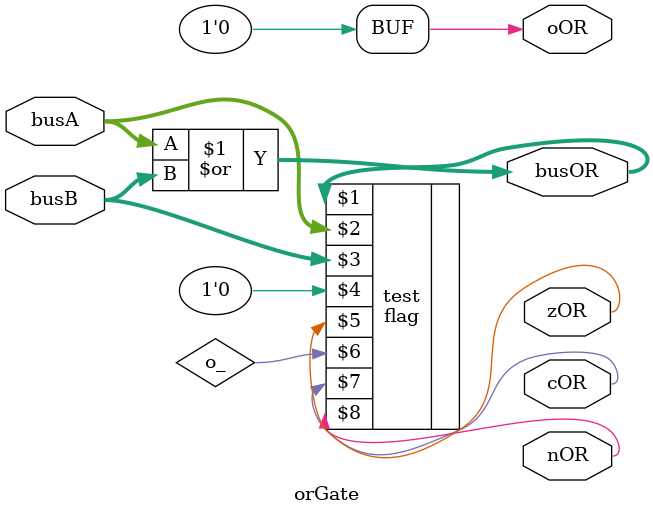
<source format=v>
module orGate (busOR,  busA, busB, zOR, oOR, cOR, nOR);
	output [31:0] busOR;
	input  [31:0] busA, busB;
	output zOR, oOR, cOR, nOR;

	assign busOR = busA | busB;

	wire o_;
	flag test(busOR, busA, busB, 1'b0, zOR, o_, cOR, nOR);
	assign oOR = 1'b0;
endmodule
</source>
